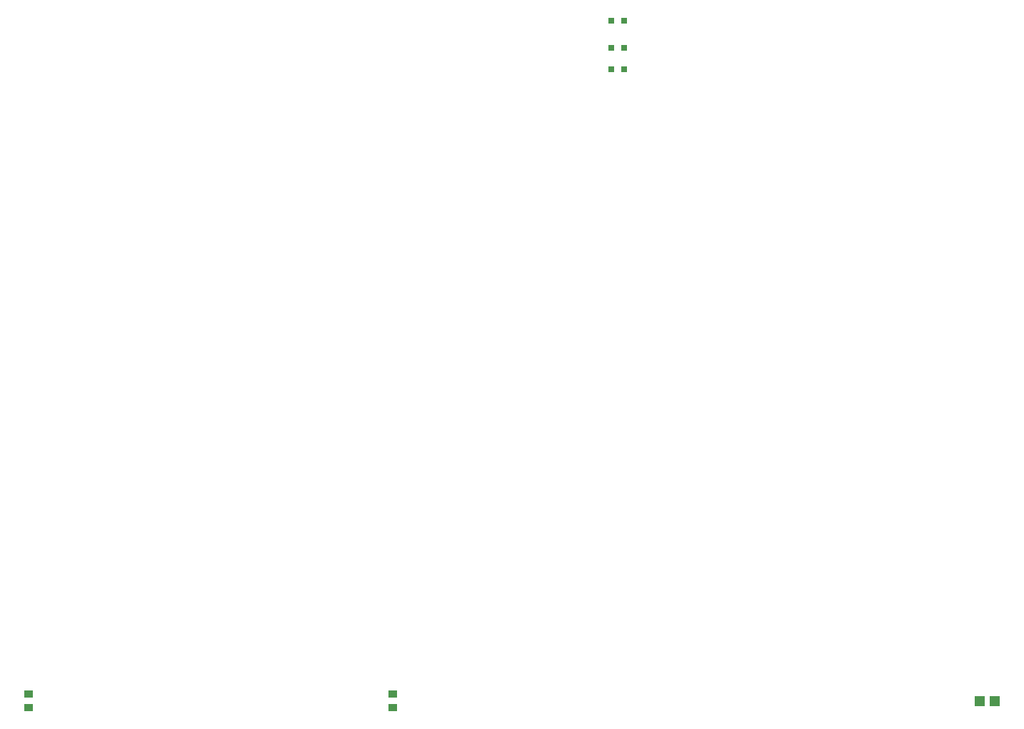
<source format=gbr>
G04 EAGLE Gerber RS-274X export*
G75*
%MOMM*%
%FSLAX34Y34*%
%LPD*%
%INSolderpaste Top*%
%IPPOS*%
%AMOC8*
5,1,8,0,0,1.08239X$1,22.5*%
G01*
%ADD10R,0.800000X0.800000*%
%ADD11R,1.031241X0.949959*%
%ADD12R,1.143000X1.270000*%


D10*
X792600Y946150D03*
X807600Y946150D03*
X792600Y914400D03*
X807600Y914400D03*
X792600Y889000D03*
X807600Y889000D03*
D11*
X101600Y131699D03*
X101600Y147701D03*
X533400Y131699D03*
X533400Y147701D03*
D12*
X1229360Y139700D03*
X1247140Y139700D03*
M02*

</source>
